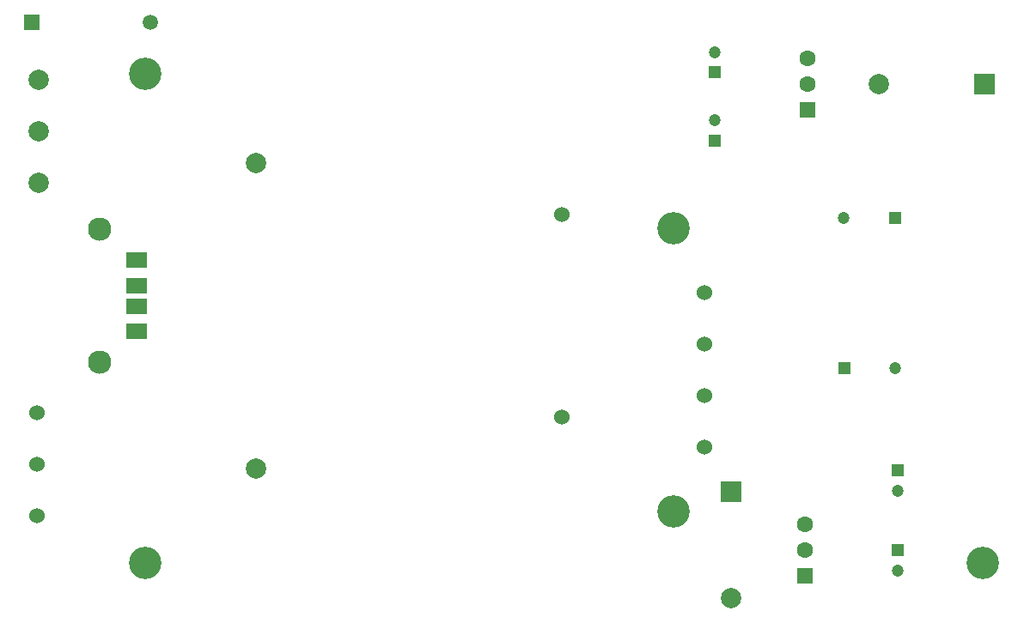
<source format=gtl>
G04 Layer_Physical_Order=1*
G04 Layer_Color=255*
%FSLAX25Y25*%
%MOIN*%
G70*
G01*
G75*
%ADD10R,0.07874X0.07874*%
%ADD11C,0.07874*%
%ADD12R,0.07874X0.07874*%
%ADD13C,0.06299*%
%ADD14R,0.06299X0.06299*%
%ADD15C,0.04724*%
%ADD16R,0.04724X0.04724*%
%ADD17R,0.04724X0.04724*%
%ADD18C,0.06000*%
%ADD19C,0.12600*%
%ADD20C,0.09055*%
%ADD21R,0.07874X0.06000*%
%ADD22C,0.05905*%
%ADD23R,0.05905X0.05905*%
D10*
X285433Y57874D02*
D03*
D11*
Y16693D02*
D03*
X342717Y216433D02*
D03*
X101225Y185528D02*
D03*
Y67027D02*
D03*
X16697Y218123D02*
D03*
Y198123D02*
D03*
Y178123D02*
D03*
D12*
X383898Y216433D02*
D03*
D13*
X314307Y45433D02*
D03*
Y35433D02*
D03*
X315307Y226433D02*
D03*
Y216433D02*
D03*
D14*
X314307Y25433D02*
D03*
X315307Y206433D02*
D03*
D15*
X329307Y164433D02*
D03*
X279187Y228753D02*
D03*
X350307Y27433D02*
D03*
Y58433D02*
D03*
X279307Y202307D02*
D03*
X349287Y106083D02*
D03*
D16*
X348992Y164433D02*
D03*
X329602Y106083D02*
D03*
D17*
X279187Y220879D02*
D03*
X350307Y35307D02*
D03*
Y66307D02*
D03*
X279307Y194433D02*
D03*
D18*
X275307Y75433D02*
D03*
Y95433D02*
D03*
Y115433D02*
D03*
Y135433D02*
D03*
X219724Y87028D02*
D03*
Y165527D02*
D03*
X16107Y48653D02*
D03*
Y68653D02*
D03*
Y88653D02*
D03*
D19*
X383307Y30433D02*
D03*
X263307Y50433D02*
D03*
Y160433D02*
D03*
X58307Y30433D02*
D03*
Y220433D02*
D03*
D20*
X40591Y108189D02*
D03*
Y159921D02*
D03*
D21*
X54685Y120276D02*
D03*
Y130118D02*
D03*
Y137992D02*
D03*
Y147835D02*
D03*
D22*
X60100Y240403D02*
D03*
D23*
X14234D02*
D03*
M02*

</source>
